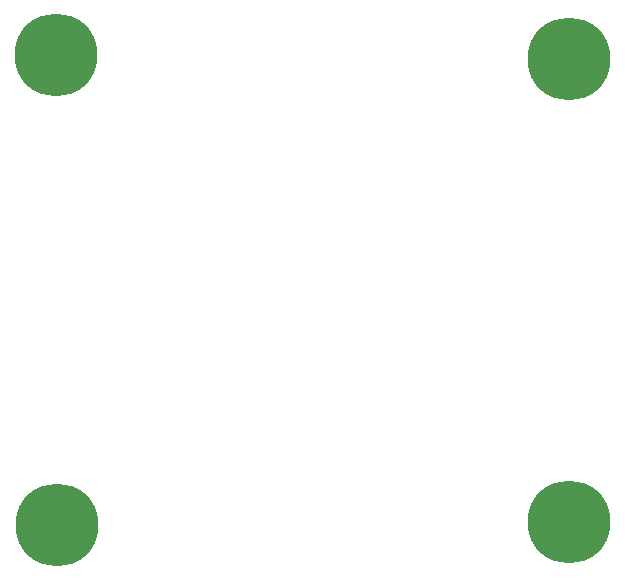
<source format=gko>
G04 Layer_Color=16711935*
%FSLAX44Y44*%
%MOMM*%
G71*
G01*
G75*
%ADD32C,7.0000*%
G54D32*
X245916Y1113746D02*
D03*
X679916Y1110246D02*
D03*
X246666Y715996D02*
D03*
X679916Y717996D02*
D03*
M02*

</source>
